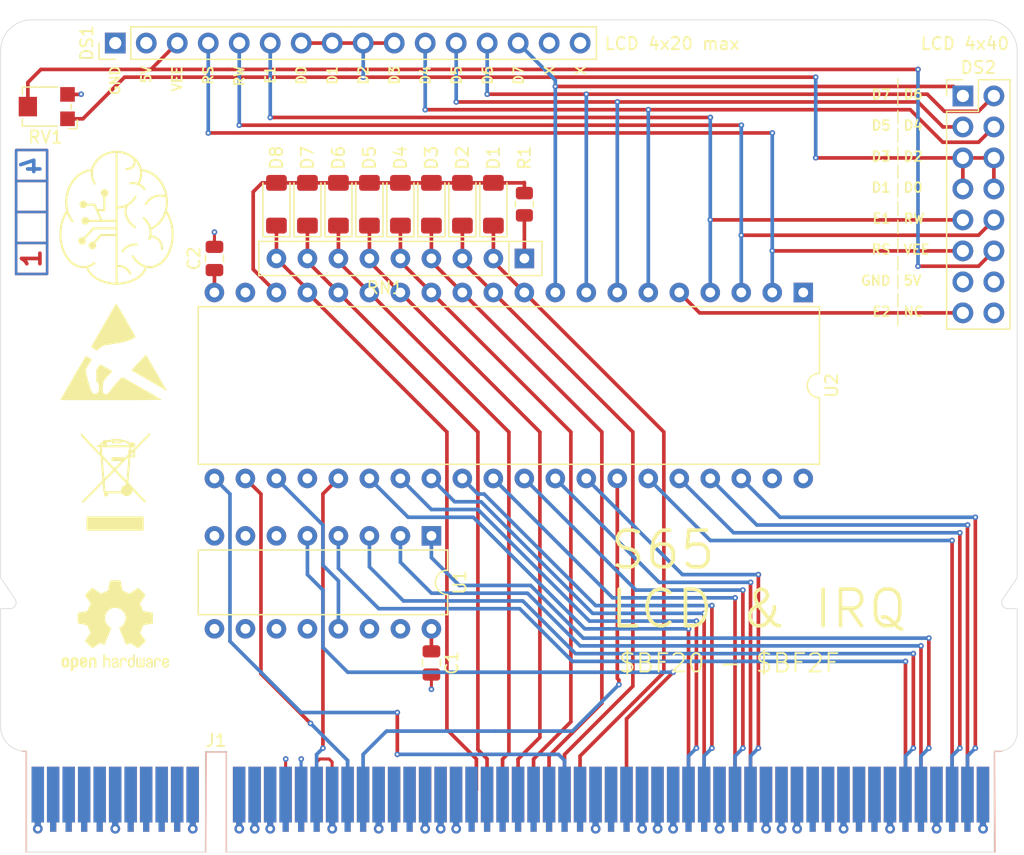
<source format=kicad_pcb>
(kicad_pcb (version 20240108) (generator "pcbnew") (generator_version "8.0")
  (layers (0 "F.Cu" signal) (1 "In1.Cu" power) (2 "In2.Cu" power) (31 "B.Cu" signal) (34 "B.Paste" user) (35 "F.Paste" user) (36 "B.SilkS" user "B.Silkscreen") (37 "F.SilkS" user "F.Silkscreen") (38 "B.Mask" user) (39 "F.Mask" user) (44 "Edge.Cuts" user))
  (net 0 "")
  (net 1 "GND")
  (net 2 "+5V")
  (net 3 "/~{IRQ_0.0}")
  (net 4 "Net-(D1-A)")
  (net 5 "/~{IRQ_0.1}")
  (net 6 "/~{IRQ_0.2}")
  (net 7 "/~{IRQ_0.3}")
  (net 8 "/~{IRQ_0.4}")
  (net 9 "/~{IRQ_0.5}")
  (net 10 "/~{IRQ_0.6}")
  (net 11 "/~{IRQ_0.7}")
  (net 12 "/RS")
  (net 13 "/D_4")
  (net 14 "/D_GND")
  (net 16 "/D_6")
  (net 17 "/D_7")
  (net 18 "/VEE")
  (net 19 "/R{slash}W")
  (net 20 "/E1")
  (net 21 "/D_5")
  (net 23 "/E2")
  (net 24 "/RAM_6")
  (net 25 "/~{NMI}")
  (net 26 "/D0")
  (net 27 "/D6")
  (net 28 "/~{H_RAM}")
  (net 29 "/D4")
  (net 30 "/ROM_1")
  (net 31 "/ROM_0")
  (net 32 "/~{IRQ_0}")
  (net 33 "/~{RDY}")
  (net 34 "/ROM_7")
  (net 35 "/RAM_2")
  (net 36 "/ROM_6")
  (net 37 "/ROM_2")
  (net 38 "/A3")
  (net 39 "/~{RES}")
  (net 40 "/ROM_5")
  (net 41 "/A12")
  (net 42 "/~{IRQ_1}")
  (net 43 "/RAM_3")
  (net 44 "/~{ML}")
  (net 45 "/D5")
  (net 46 "/A2")
  (net 47 "+9V")
  (net 48 "/ROM_3")
  (net 49 "/E")
  (net 50 "/RAM_1")
  (net 51 "/A0")
  (net 52 "/A4")
  (net 53 "/~{IO}")
  (net 54 "/RAM_7")
  (net 55 "/~{IRQ_3}")
  (net 56 "/~{IRQ_4}")
  (net 57 "/RAM_4")
  (net 58 "/A5")
  (net 59 "/~{IRQ_2}")
  (net 60 "/ROM_4")
  (net 61 "/A1")
  (net 62 "/~{BE}")
  (net 63 "/A8")
  (net 64 "/M{slash}X")
  (net 65 "/A11")
  (net 66 "/A14")
  (net 67 "/A7")
  (net 68 "/D3")
  (net 69 "/D7")
  (net 70 "/~{IRQ}")
  (net 71 "/D1")
  (net 72 "/~{VP}")
  (net 73 "/A13")
  (net 74 "/CLK")
  (net 75 "/D2")
  (net 76 "/Ø2{slash}VDA")
  (net 77 "/R{slash}~{W}")
  (net 78 "/A9")
  (net 79 "/A10")
  (net 80 "/PAGE")
  (net 81 "/SYNC_VPA")
  (net 82 "/A15")
  (net 83 "/A6")
  (net 84 "/RAM_0")
  (net 85 "/~{ROM}")
  (net 86 "/RAM_5")
  (net 87 "/~{L_RAM}")
  (net 90 "/PORT_32")
  (footprint "Potentiometer_SMD:Potentiometer_Bourns_TC33X_Vertical" (layer "F.Cu") (at 103.124 65.913 180)
    (property "Reference" "RV1")
    (property "Value" "10k")
  )
  (footprint "Resistor_SMD:R_0805_2012Metric" (layer "F.Cu") (at 142.367 73.914 -90)
    (property "Reference" "R1")
    (property "Value" "4k7")
  )
  (footprint "Eigene:ladder_4" (layer "F.Cu") (at 101.981 74.549 90)
    (property "Reference" "Ref**" (hide yes))
    (property "Value" "Val**" (hide yes))
  )
  (footprint "Diode_SMD:D_MiniMELF" (layer "F.Cu") (at 124.587 73.914 90)
    (property "Reference" "D7")
    (property "Value" "LL4148")
  )
  (footprint "Capacitor_SMD:C_0805_2012Metric" (layer "F.Cu") (at 116.967 78.359 90)
    (property "Reference" "C2")
    (property "Value" "100n")
  )
  (footprint "Diode_SMD:D_MiniMELF" (layer "F.Cu") (at 139.827 73.914 90)
    (property "Reference" "D1")
    (property "Value" "LL4148")
  )
  (footprint "Symbol:OSHW-Logo2_9.8x8mm_SilkScreen" (layer "F.Cu") (at 108.839 108.458)
    (property "Reference" "REF**" (hide yes))
    (property "Value" "OSHW-Logo2_9.8x8mm_SilkScreen" (hide yes))
  )
  (footprint "Connector_PinHeader_2.54mm:PinHeader_2x08_P2.54mm_Vertical" (layer "F.Cu") (at 178.303 65.039)
    (property "Reference" "DS2")
    (property "Value" "4x40 LCD")
  )
  (footprint "Eigene:logo" (layer "F.Cu") (at 108.966 75.057)
    (property "Reference" "G***" (hide yes))
    (property "Value" "LOGO" (hide yes))
  )
  (footprint "Capacitor_SMD:C_0805_2012Metric" (layer "F.Cu") (at 134.747 111.506 -90)
    (property "Reference" "C1")
    (property "Value" "100n")
  )
  (footprint "Diode_SMD:D_MiniMELF" (layer "F.Cu") (at 127.127 73.914 90)
    (property "Reference" "D6")
    (property "Value" "LL4148")
  )
  (footprint "Diode_SMD:D_MiniMELF" (layer "F.Cu") (at 132.207 73.914 90)
    (property "Reference" "D4")
    (property "Value" "LL4148")
  )
  (footprint "Diode_SMD:D_MiniMELF" (layer "F.Cu") (at 122.047 73.914 90)
    (property "Reference" "D8")
    (property "Value" "LL4148")
  )
  (footprint "Symbol:WEEE-Logo_5.6x8mm_SilkScreen" (layer "F.Cu") (at 108.839 96.647)
    (property "Reference" "REF**" (hide yes))
    (property "Value" "WEEE-Logo_5.6x8mm_SilkScreen" (hide yes))
  )
  (footprint "Package_DIP:DIP-40_W15.24mm" (layer "F.Cu") (at 165.222 81.148 -90)
    (property "Reference" "U2")
    (property "Value" "W65C22SxP")
  )
  (footprint "Diode_SMD:D_MiniMELF" (layer "F.Cu") (at 134.747 73.914 90)
    (property "Reference" "D3")
    (property "Value" "LL4148")
  )
  (footprint "Connector_PinHeader_2.54mm:PinHeader_1x16_P2.54mm_Vertical" (layer "F.Cu") (at 108.839 60.706 90)
    (property "Reference" "DS1")
    (property "Value" "WC1602A")
  )
  (footprint "Diode_SMD:D_MiniMELF" (layer "F.Cu") (at 137.287 73.914 90)
    (property "Reference" "D2")
    (property "Value" "LL4148")
  )
  (footprint "Diode_SMD:D_MiniMELF" (layer "F.Cu") (at 129.667 73.914 90)
    (property "Reference" "D5")
    (property "Value" "LL4148")
  )
  (footprint "Symbol:ESD-Logo_8.9x8mm_SilkScreen" (layer "F.Cu") (at 108.712 85.979)
    (property "Reference" "REF**" (hide yes))
    (property "Value" "ESD-Logo_8.9x8mm_SilkScreen" (hide yes))
  )
  (footprint "Package_DIP:DIP-16_W7.62mm" (layer "F.Cu") (at 134.747 101.092 -90)
    (property "Reference" "U1")
    (property "Value" "74HC138")
  )
  (footprint "Resistor_THT:R_Array_SIP9" (layer "F.Cu") (at 142.367 78.359 180)
    (property "Reference" "RN1")
    (property "Value" "3k3")
  )
  (footprint "Connector_PCBEdge:BUS_PCI" (layer "B.Cu") (at 141.219 123.631 180)
    (property "Reference" "J1")
    (property "Value" "Bus_PCI_6502")
  )
  (gr_line (start 172.974 83.82) (end 172.974 63.627) (stroke (width 0.1) (type dash)) (layer "F.SilkS"))
  (gr_line (start 181.536631 106.325815) (end 182.753 104.521) (stroke (width 0.05)) (layer "Edge.Cuts"))
  (gr_line (start 99.441 104.521) (end 100.657369 106.325815) (stroke (width 0.05)) (layer "Edge.Cuts"))
  (gr_line (start 116.205 127) (end 116.205 118.745) (stroke (width 0.05)) (layer "Edge.Cuts"))
  (gr_line (start 182.753 107.061) (end 181.991 107.061) (stroke (width 0.05)) (layer "Edge.Cuts"))
  (gr_arc (start 100.657369 106.325815) (mid 100.635131 106.820071) (end 100.203 107.061) (stroke (width 0.05)) (layer "Edge.Cuts"))
  (gr_line (start 101.981 58.801) (end 180.213 58.801) (stroke (width 0.05)) (layer "Edge.Cuts"))
  (gr_arc (start 182.753 117.221) (mid 182.306631 118.298631) (end 181.229 118.745) (stroke (width 0.05)) (layer "Edge.Cuts"))
  (gr_line (start 117.983 127) (end 180.848 127) (stroke (width 0.05)) (layer "Edge.Cuts"))
  (gr_line (start 101.473 118.745) (end 101.6 118.745) (stroke (width 0.05)) (layer "Edge.Cuts"))
  (gr_line (start 101.6 127) (end 116.205 127) (stroke (width 0.05)) (layer "Edge.Cuts"))
  (gr_line (start 182.753 107.061) (end 182.753 117.221) (stroke (width 0.05)) (layer "Edge.Cuts"))
  (gr_line (start 101.6 118.745) (end 101.6 127) (stroke (width 0.05)) (layer "Edge.Cuts"))
  (gr_arc (start 180.213 58.801) (mid 182.009051 59.544949) (end 182.753 61.341) (stroke (width 0.05)) (layer "Edge.Cuts"))
  (gr_line (start 182.753 104.521) (end 182.753 61.341) (stroke (width 0.05)) (layer "Edge.Cuts"))
  (gr_arc (start 99.441 61.341) (mid 100.184949 59.544949) (end 101.981 58.801) (stroke (width 0.05)) (layer "Edge.Cuts"))
  (gr_arc (start 181.991 107.061) (mid 181.558869 106.820071) (end 181.536631 106.325815) (stroke (width 0.05)) (layer "Edge.Cuts"))
  (gr_line (start 180.848 127) (end 180.848 118.745) (stroke (width 0.05)) (layer "Edge.Cuts"))
  (gr_line (start 117.983 118.745) (end 117.983 127) (stroke (width 0.05)) (layer "Edge.Cuts"))
  (gr_line (start 99.441 104.521) (end 99.441 61.341) (stroke (width 0.05)) (layer "Edge.Cuts"))
  (gr_arc (start 101.473 118.745) (mid 100.036159 118.149841) (end 99.441 116.713) (stroke (width 0.05)) (layer "Edge.Cuts"))
  (gr_line (start 116.205 118.745) (end 117.983 118.745) (stroke (width 0.05)) (layer "Edge.Cuts"))
  (gr_line (start 180.848 118.745) (end 181.229 118.745) (stroke (width 0.05)) (layer "Edge.Cuts"))
  (gr_line (start 99.441 116.713) (end 99.441 107.061) (stroke (width 0.05)) (layer "Edge.Cuts"))
  (gr_line (start 100.203 107.061) (end 99.441 107.061) (stroke (width 0.05)) (layer "Edge.Cuts"))
  (gr_text "LCD 4x40" (at 174.752 61.341 0) (layer "F.SilkS") (effects (font (size 1 1)) (justify left bottom)))
  (gr_text "LCD 4x20 max" (at 148.844 61.341 0) (layer "F.SilkS") (effects (font (size 1 1)) (justify left bottom)))
  (gr_text "S65\nLCD & IRQ" (at 149.225 108.839 0) (layer "F.SilkS") (effects (font (size 3 3) (thickness 0.3)) (justify left bottom)))
  (gr_text "$BF20 - $BF2F" (at 149.987 112.395 0) (layer "F.SilkS") (effects (font (size 1.5 1.5)) (justify left bottom)))
  (gr_text "D6\n\nD4\n\nD2\n\nD0\n\nRW\n\nVEE\n\n5V\n\nNC" (at 173.355 83.185 0) (layer "F.SilkS") (effects (font (size 0.79 0.79)) (justify left bottom)))
  (gr_text "D7\n\nD5\n\nD3\n\nD1\n\nE1\n\nRS\n\nGND\n\nE2" (at 172.466 83.185 0) (layer "F.SilkS") (effects (font (size 0.79 0.79)) (justify right bottom)))
  (gr_text "GND\n\n5V\n\nVEE\n\nRS\n\nRW\n\nE1\n\nD0\n\nD1\n\nD2\n\nD3\n\nD4\n\nD5\n\nD6\n\nD7\n\nX\n\nX" (at 147.447 62.484 90) (layer "F.SilkS") (effects (font (size 0.79 0.78)) (justify right bottom)))
  (segment (start 126.365 119.38) (end 126.609 119.624) (width 0.25) (layer "F.Cu") (net 1))
  (segment (start 106.029 64.913) (end 106.045 64.897) (width 0.3) (layer "F.Cu") (net 1))
  (segment (start 125.603 119.38) (end 126.365 119.38) (width 0.25) (layer "F.Cu") (net 1))
  (segment (start 126.609 119.624) (end 126.609 122.301) (width 0.25) (layer "F.Cu") (net 1))
  (segment (start 122.799 122.301) (end 122.799 119.39) (width 0.25) (layer "F.Cu") (net 1))
  (segment (start 125.339 122.301) (end 125.339 119.644) (width 0.25) (layer "F.Cu") (net 1))
  (segment (start 122.799 119.39) (end 122.809 119.38) (width 0.25) (layer "F.Cu") (net 1))
  (segment (start 104.924 64.913) (end 106.029 64.913) (width 0.3) (layer "F.Cu") (net 1))
  (segment (start 116.967 77.409) (end 116.967 76.2) (width 0.25) (layer "F.Cu") (net 1))
  (segment (start 134.747 112.456) (end 134.747 113.665) (width 0.25) (layer "F.Cu") (net 1))
  (segment (start 125.339 119.644) (end 125.603 119.38) (width 0.25) (layer "F.Cu") (net 1))
  (via (at 108.839 125.095) (size 0.8) (drill 0.4) (layers "F.Cu" "B.Cu") (net 1))
  (via (at 115.189 125.095) (size 0.8) (drill 0.4) (layers "F.Cu" "B.Cu") (net 1))
  (via (at 124.079 119.38) (size 0.46) (drill 0.2) (layers "F.Cu" "B.Cu") (net 1))
  (via (at 126.619 125.095) (size 0.8) (drill 0.4) (layers "F.Cu" "B.Cu") (net 1))
  (via (at 120.269 125.095) (size 0.8) (drill 0.4) (layers "F.Cu" "B.Cu") (net 1))
  (via (at 176.149 125.095) (size 0.8) (drill 0.4) (layers "F.Cu" "B.Cu") (net 1))
  (via (at 136.779 125.095) (size 0.8) (drill 0.4) (layers "F.Cu" "B.Cu") (net 1))
  (via (at 164.719 125.095) (size 0.8) (drill 0.4) (layers "F.Cu" "B.Cu") (net 1))
  (via (at 158.369 125.095) (size 0.8) (drill 0.4) (layers "F.Cu" "B.Cu") (net 1))
  (via (at 179.959 125.095) (size 0.8) (drill 0.4) (layers "F.Cu" "B.Cu") (net 1))
  (via (at 122.809 119.38) (size 0.46) (drill 0.2) (layers "F.Cu" "B.Cu") (net 1))
  (via (at 172.339 125.095) (size 0.8) (drill 0.4) (layers "F.Cu" "B.Cu") (net 1))
  (via (at 148.209 125.095) (size 0.8) (drill 0.4) (layers "F.Cu" "B.Cu") (net 1))
  (via (at 106.045 64.897) (size 0.46) (drill 0.2) (layers "F.Cu" "B.Cu") (net 1))
  (via (at 134.747 113.665) (size 0.46) (drill 0.2) (layers "F.Cu" "B.Cu") (net 1))
  (via (at 168.529 125.095) (size 0.8) (drill 0.4) (layers "F.Cu" "B.Cu") (net 1))
  (via (at 134.239 125.095) (size 0.8) (drill 0.4) (layers "F.Cu" "B.Cu") (net 1))
  (via (at 130.429 125.095) (size 0.8) (drill 0.4) (layers "F.Cu" "B.Cu") (net 1))
  (via (at 154.559 125.095) (size 0.8) (drill 0.4) (layers "F.Cu" "B.Cu") (net 1))
  (via (at 152.019 125.095) (size 0.8) (drill 0.4) (layers "F.Cu" "B.Cu") (net 1))
  (via (at 102.489 125.095) (size 0.8) (drill 0.4) (layers "F.Cu" "B.Cu") (net 1))
  (via (at 116.967 76.2) (size 0.46) (drill 0.2) (layers "F.Cu" "B.Cu") (net 1))
  (via (at 162.179 125.095) (size 0.8) (drill 0.4) (layers "F.Cu" "B.Cu") (net 1))
  (segment (start 124.069 119.39) (end 124.079 119.38) (width 0.25) (layer "B.Cu") (net 1))
  (segment (start 124.069 122.301) (end 124.069 119.39) (width 0.25) (layer "B.Cu") (net 1))
  (segment (start 134.747 110.556) (end 134.747 108.712) (width 0.3) (layer "F.Cu") (net 2))
  (segment (start 116.967 79.309) (end 116.967 81.143) (width 0.3) (layer "F.Cu") (net 2))
  (segment (start 142.367 74.8265) (end 142.367 78.359) (width 0.3) (layer "F.Cu") (net 2))
  (segment (start 116.967 81.143) (end 116.962 81.148) (width 0.3) (layer "F.Cu") (net 2))
  (via (at 135.509 125.095) (size 0.8) (drill 0.4) (layers "F.Cu" "B.Cu") (net 2))
  (via (at 153.289 125.095) (size 0.8) (drill 0.4) (layers "F.Cu" "B.Cu") (net 2))
  (via (at 121.539 125.095) (size 0.8) (drill 0.4) (layers "F.Cu" "B.Cu") (net 2))
  (via (at 163.449 125.095) (size 0.8) (drill 0.4) (layers "F.Cu" "B.Cu") (net 2))
  (segment (start 153.797 92.583) (end 142.362 81.148) (width 0.3) (layer "F.Cu") (net 3))
  (segment (start 146.929 119.136) (end 153.797 112.268) (width 0.3) (layer "F.Cu") (net 3))
  (segment (start 139.827 75.664) (end 139.827 78.613) (width 0.3) (layer "F.Cu") (net 3))
  (segment (start 153.797 112.268) (end 153.797 92.583) (width 0.3) (layer "F.Cu") (net 3))
  (segment (start 139.827 78.613) (end 142.362 81.148) (width 0.3) (layer "F.Cu") (net 3))
  (segment (start 146.929 122.301) (end 146.929 119.136) (width 0.3) (layer "F.Cu") (net 3))
  (segment (start 142.339 72.164) (end 142.367 72.136) (width 0.3) (layer "F.Cu") (net 4))
  (segment (start 120.142 79.248) (end 120.142 72.898) (width 0.3) (layer "F.Cu") (net 4))
  (segment (start 122.047 72.164) (end 142.339 72.164) (width 0.3) (layer "F.Cu") (net 4))
  (segment (start 122.042 81.148) (end 120.142 79.248) (width 0.3) (layer "F.Cu") (net 4))
  (segment (start 142.367 72.136) (end 142.367 73.0015) (width 0.3) (layer "F.Cu") (net 4))
  (segment (start 120.142 72.898) (end 120.876 72.164) (width 0.3) (layer "F.Cu") (net 4))
  (segment (start 120.876 72.164) (end 122.047 72.164) (width 0.3) (layer "F.Cu") (net 4))
  (segment (start 137.287 75.664) (end 137.287 78.613) (width 0.3) (layer "F.Cu") (net 5))
  (segment (start 137.287 78.613) (end 139.822 81.148) (width 0.3) (layer "F.Cu") (net 5))
  (segment (start 145.659 119.009) (end 151.257 113.411) (width 0.3) (layer "F.Cu") (net 5))
  (segment (start 145.659 122.301) (end 145.659 119.009) (width 0.3) (layer "F.Cu") (net 5))
  (segment (start 151.257 113.411) (end 151.257 92.583) (width 0.3) (layer "F.Cu") (net 5))
  (segment (start 151.257 92.583) (end 139.822 81.148) (width 0.3) (layer "F.Cu") (net 5))
  (segment (start 144.389 119.136) (end 148.717 114.808) (width 0.3) (layer "F.Cu") (net 6))
  (segment (start 148.717 114.808) (end 148.717 92.583) (width 0.3) (layer "F.Cu") (net 6))
  (segment (start 144.389 122.301) (end 144.389 119.136) (width 0.3) (layer "F.Cu") (net 6))
  (segment (start 134.747 78.613) (end 137.282 81.148) (width 0.3) (layer "F.Cu") (net 6))
  (segment (start 148.717 92.583) (end 137.282 81.148) (width 0.3) (layer "F.Cu") (net 6))
  (segment (start 134.747 75.664) (end 134.747 78.613) (width 0.3) (layer "F.Cu") (net 6))
  (segment (start 132.207 75.664) (end 132.207 78.613) (width 0.3) (layer "F.Cu") (net 7))
  (segment (start 143.119 119.39) (end 146.177 116.332) (width 0.3) (layer "F.Cu") (net 7))
  (segment (start 146.177 92.583) (end 134.742 81.148) (width 0.3) (layer "F.Cu") (net 7))
  (segment (start 146.177 116.332) (end 146.177 92.583) (width 0.3) (layer "F.Cu") (net 7))
  (segment (start 143.119 122.301) (end 143.119 119.39) (width 0.3) (layer "F.Cu") (net 7))
  (segment (start 132.207 78.613) (end 134.742 81.148) (width 0.3) (layer "F.Cu") (net 7))
  (segment (start 143.637 92.583) (end 132.202 81.148) (width 0.3) (layer "F.Cu") (net 8))
  (segment (start 129.667 78.613) (end 132.202 81.148) (width 0.3) (layer "F.Cu") (net 8))
  (segment (start 143.637 117.602) (end 143.637 92.583) (width 0.3) (layer "F.Cu") (net 8))
  (segment (start 141.849 122.301) (end 141.849 119.39) (width 0.3) (layer "F.Cu") (net 8))
  (segment (start 129.667 75.664) (end 129.667 78.613) (width 0.3) (layer "F.Cu") (net 8))
  (segment (start 141.849 119.39) (end 143.637 117.602) (width 0.3) (layer "F.Cu") (net 8))
  (segment (start 127.127 75.664) (end 127.127 78.613) (width 0.3) (layer "F.Cu") (net 9))
  (segment (start 140.579 122.301) (end 140.579 119.39) (width 0.3) (layer "F.Cu") (net 9))
  (segment (start 140.579 119.39) (end 141.097 118.872) (width 0.3) (layer "F.Cu") (net 9))
  (segment (start 127.127 78.613) (end 129.662 81.148) (width 0.3) (layer "F.Cu") (net 9))
  (segment (start 141.097 92.583) (end 129.662 81.148) (width 0.3) (layer "F.Cu") (net 9))
  (segment (start 141.097 118.872) (end 141.097 92.583) (width 0.3) (layer "F.Cu") (net 9))
  (segment (start 139.309 119.37) (end 138.557 118.618) (width 0.3) (layer "F.Cu") (net 10))
  (segment (start 138.557 118.618) (end 138.557 92.583) (width 0.3) (layer "F.Cu") (net 10))
  (segment (start 124.587 78.613) (end 127.122 81.148) (width 0.3) (layer "F.Cu") (net 10))
  (segment (start 124.587 75.664) (end 124.587 78.613) (width 0.3) (layer "F.Cu") (net 10))
  (segment (start 138.557 92.583) (end 127.122 81.148) (width 0.3) (layer "F.Cu") (net 10))
  (segment (start 139.309 122.301) (end 139.309 119.37) (width 0.3) (layer "F.Cu") (net 10))
  (segment (start 138.432 121.908) (end 138.432 119.382) (width 0.3) (layer "F.Cu") (net 11))
  (segment (start 124.582 80.894) (end 124.582 81.148) (width 0.3) (layer "F.Cu") (net 11))
  (segment (start 122.047 78.359) (end 124.582 80.894) (width 0.3) (layer "F.Cu") (net 11))
  (segment (start 138.039 122.301) (end 138.432 121.908) (width 0.3) (layer "F.Cu") (net 11))
  (segment (start 136.017 92.583) (end 124.582 81.148) (width 0.3) (layer "F.Cu") (net 11))
  (segment (start 138.432 119.382) (end 136.017 116.967) (width 0.3) (layer "F.Cu") (net 11))
  (segment (start 136.017 116.967) (end 136.017 92.583) (width 0.3) (layer "F.Cu") (net 11))
  (segment (start 122.047 75.664) (end 122.047 78.359) (width 0.3) (layer "F.Cu") (net 11))
  (segment (start 162.697 77.739) (end 162.682 77.724) (width 0.3) (layer "F.Cu") (net 12))
  (segment (start 162.687 68.072) (end 116.459 68.072) (width 0.3) (layer "F.Cu") (net 12))
  (segment (start 178.303 77.739) (end 162.697 77.739) (width 0.3) (layer "F.Cu") (net 12))
  (via (at 162.687 68.072) (size 0.46) (drill 0.2) (layers "F.Cu" "B.Cu") (net 12))
  (via (at 162.682 77.724) (size 0.46) (drill 0.2) (layers "F.Cu" "B.Cu") (net 12))
  (via (at 116.459 68.072) (size 0.46) (drill 0.2) (layers "F.Cu" "B.Cu") (net 12))
  (segment (start 162.682 77.724) (end 162.682 81.148) (width 0.3) (layer "B.Cu") (net 12))
  (segment (start 116.459 68.072) (end 116.459 60.706) (width 0.3) (layer "B.Cu") (net 12))
  (segment (start 162.687 68.072) (end 162.682 68.077) (width 0.3) (layer "B.Cu") (net 12))
  (segment (start 162.682 68.077) (end 162.682 77.724) (width 0.3) (layer "B.Cu") (net 12))
  (segment (start 152.527 66.167) (end 134.239 66.167) (width 0.3) (layer "F.Cu") (net 13))
  (segment (start 179.588 68.834) (end 180.843 67.579) (width 0.3) (layer "F.Cu") (net 13))
  (segment (start 176.657 68.834) (end 179.588 68.834) (width 0.3) (layer "F.Cu") (net 13))
  (segment (start 152.527 66.167) (end 173.99 66.167) (width 0.3) (layer "F.Cu") (net 13))
  (segment (start 173.99 66.167) (end 176.657 68.834) (width 0.3) (layer "F.Cu") (net 13))
  (via (at 152.527 66.167) (size 0.46) (drill 0.2) (layers "F.Cu" "B.Cu") (net 13))
  (via (at 134.239 66.167) (size 0.46) (drill 0.2) (layers "F.Cu" "B.Cu") (net 13))
  (segment (start 134.239 66.167) (end 134.239 60.706) (width 0.3) (layer "B.Cu") (net 13))
  (segment (start 152.522 81.148) (end 152.522 66.172) (width 0.3) (layer "B.Cu") (net 13))
  (segment (start 152.522 66.172) (end 152.527 66.167) (width 0.3) (layer "B.Cu") (net 13))
  (segment (start 166.243 70.104) (end 166.258 70.119) (width 0.3) (layer "F.Cu") (net 14))
  (segment (start 104.924 66.913) (end 106.188 66.913) (width 0.3) (layer "F.Cu") (net 14))
  (segment (start 129.159 63.5) (end 166.243 63.5) (width 0.3) (layer "F.Cu") (net 14))
  (segment (start 180.843 70.119) (end 180.843 72.659) (width 0.3) (layer "F.Cu") (net 14))
  (segment (start 106.188 66.913) (end 109.601 63.5) (width 0.3) (layer "F.Cu") (net 14))
  (segment (start 178.303 70.119) (end 178.303 72.659) (width 0.3) (layer "F.Cu") (net 14))
  (segment (start 166.258 70.119) (end 180.843 70.119) (width 0.3) (layer "F.Cu") (net 14))
  (segment (start 131.699 60.706) (end 124.079 60.706) (width 0.3) (layer "F.Cu") (net 14))
  (segment (start 109.601 63.5) (end 129.159 63.5) (width 0.3) (layer "F.Cu") (net 14))
  (via (at 129.159 63.5) (size 0.46) (drill 0.2) (layers "F.Cu" "B.Cu") (net 14))
  (via (at 166.243 70.104) (size 0.46) (drill 0.2) (layers "F.Cu" "B.Cu") (net 14))
  (via (at 166.243 63.5) (size 0.46) (drill 0.2) (layers "F.Cu" "B.Cu") (net 14))
  (segment (start 129.159 63.5) (end 129.159 60.706) (width 0.3) (layer "B.Cu") (net 14))
  (segment (start 166.243 63.5) (end 166.243 70.104) (width 0.3) (layer "B.Cu") (net 14))
  (segment (start 176.784 66.294) (end 179.588 66.294) (width 0.3) (layer "F.Cu") (net 16))
  (segment (start 147.442 64.897) (end 175.387 64.897) (width 0.3) (layer "F.Cu") (net 16))
  (segment (start 179.588 66.294) (end 180.843 65.039) (width 0.3) (layer "F.Cu") (net 16))
  (segment (start 175.387 64.897) (end 176.784 66.294) (width 0.3) (layer "F.Cu") (net 16))
  (segment (start 147.442 64.897) (end 139.319 64.897) (width 0.3) (layer "F.Cu") (net 16))
  (via (at 147.442 64.897) (size 0.46) (drill 0.2) (layers "F.Cu" "B.Cu") (net 16))
  (via (at 139.319 64.897) (size 0.46) (drill 0.2) (layers "F.Cu" "B.Cu") (net 16))
  (segment (start 139.319 64.897) (end 139.319 60.706) (width 0.3) (layer "B.Cu") (net 16))
  (segment (start 147.442 64.897) (end 147.442 81.148) (width 0.3) (layer "B.Cu") (net 16))
  (segment (start 177.526 64.262) (end 178.303 65.039) (width 0.3) (layer "F.Cu") (net 17))
  (segment (start 144.907 64.262) (end 177.526 64.262) (width 0.3) (layer "F.Cu") (net 17))
  (via (at 144.907 64.262) (size 0.46) (drill 0.2) (layers "F.Cu" "B.Cu") (net 17))
  (segment (start 144.907 64.262) (end 144.902 64.257) (width 0.3) (layer "B.Cu") (net 17))
  (segment (start 144.902 64.257) (end 144.902 63.749) (width 0.3) (layer "B.Cu") (net 17))
  (segment (start 144.902 63.749) (end 141.859 60.706) (width 0.3) (layer "B.Cu") (net 17))
  (segment (start 144.902 81.148) (end 144.902 64.267) (width 0.3) (layer "B.Cu") (net 17))
  (segment (start 144.902 64.267) (end 144.907 64.262) (width 0.3) (layer "B.Cu") (net 17))
  (segment (start 101.674 65.913) (end 101.674 63.934) (width 0.3) (layer "F.Cu") (net 18))
  (segment (start 127.762 62.865) (end 174.625 62.865) (width 0.3) (layer "F.Cu") (net 18))
  (segment (start 174.625 78.994) (end 179.588 78.994) (width 0.3) (layer "F.Cu") (net 18))
  (segment (start 111.76 62.865) (end 118.11 62.865) (width 0.3) (layer "F.Cu") (net 18))
  (segment (start 102.743 62.865) (end 111.76 62.865) (width 0.3) (layer "F.Cu") (net 18))
  (segment (start 101.674 63.934) (end 102.743 62.865) (width 0.3) (layer "F.Cu") (net 18))
  (segment (start 118.11 62.865) (end 127.762 62.865) (width 0.3) (layer "F.Cu") (net 18))
  (segment (start 179.588 78.994) (end 180.843 77.739) (width 0.3) (layer "F.Cu") (net 18))
  (segment (start 111.76 62.865) (end 113.919 60.706) (width 0.3) (layer "F.Cu") (net 18))
  (via (at 174.625 62.865) (size 0.46) (drill 0.2) (layers "F.Cu" "B.Cu") (net 18))
  (via (at 174.625 78.994) (size 0.46) (drill 0.2) (layers "F.Cu" "B.Cu") (net 18))
  (segment (start 174.625 62.865) (end 174.625 78.994) (width 0.3) (layer "B.Cu") (net 18))
  (segment (start 160.147 67.437) (end 118.999 67.437) (width 0.3) (layer "F.Cu") (net 19))
  (segment (start 179.588 76.454) (end 160.142 76.454) (width 0.3) (layer "F.Cu") (net 19))
  (segment (start 180.843 75.199) (end 179.588 76.454) (width 0.3) (layer "F.Cu") (net 19))
  (via (at 118.999 67.437) (size 0.46) (drill 0.2) (layers "F.Cu" "B.Cu") (net 19))
  (via (at 160.142 76.454) (size 0.46) (drill 0.2) (layers "F.Cu" "B.Cu") (net 19))
  (via (at 160.147 67.437) (size 0.46) (drill 0.2) (layers "F.Cu" "B.Cu") (net 19))
  (segment (start 160.142 67.442) (end 160.147 67.437) (width 0.3) (layer "B.Cu") (net 19))
  (segment (start 160.142 76.454) (end 160.142 67.442) (width 0.3) (layer "B.Cu") (net 19))
  (segment (start 160.142 81.148) (end 160.142 76.454) (width 0.3) (layer "B.Cu") (net 19))
  (segment (start 118.999 67.437) (end 118.999 60.706) (width 0.3) (layer "B.Cu") (net 19))
  (segment (start 157.617 75.199) (end 157.602 75.184) (width 0.3) (layer "F.Cu") (net 20))
  (segment (start 178.303 75.199) (end 157.617 75.199) (width 0.3) (layer "F.Cu") (net 20))
  (segment (start 157.607 66.802) (end 121.539 66.802) (width 0.3) (layer "F.Cu") (net 20))
  (via (at 157.607 66.802) (size 0.46) (drill 0.2) (layers "F.Cu" "B.Cu") (net 20))
  (via (at 121.539 66.802) (size 0.46) (drill 0.2) (layers "F.Cu" "B.Cu") (net 20))
  (via (at 157.602 75.184) (size 0.46) (drill 0.2) (layers "F.Cu" "B.Cu") (net 20))
  (segment (start 121.539 60.706) (end 121.539 66.802) (width 0.3) (layer "B.Cu") (net 20))
  (segment (start 157.602 81.148) (end 157.602 75.184) (width 0.3) (layer "B.Cu") (net 20))
  (segment (start 157.602 66.807) (end 157.607 66.802) (width 0.3) (layer "B.Cu") (net 20))
  (segment (start 157.602 75.184) (end 157.602 66.807) (width 0.3) (layer "B.Cu") (net 20))
  (segment (start 149.987 65.532) (end 174.625 65.532) (width 0.3) (layer "F.Cu") (net 21))
  (segment (start 176.672 67.579) (end 178.303 67.579) (width 0.3) (layer "F.Cu") (net 21))
  (segment (start 174.625 65.532) (end 176.672 67.579) (width 0.3) (layer "F.Cu") (net 21))
  (segment (start 149.987 65.532) (end 136.779 65.532) (width 0.3) (layer "F.Cu") (net 21))
  (via (at 149.987 65.532) (size 0.46) (drill 0.2) (layers "F.Cu" "B.Cu") (net 21))
  (via (at 136.779 65.532) (size 0.46) (drill 0.2) (layers "F.Cu" "B.Cu") (net 21))
  (segment (start 136.779 65.532) (end 136.779 60.706) (width 0.3) (layer "B.Cu") (net 21))
  (segment (start 149.982 65.537) (end 149.987 65.532) (width 0.3) (layer "B.Cu") (net 21))
  (segment (start 149.982 81.148) (end 149.982 65.537) (width 0.3) (layer "B.Cu") (net 21))
  (segment (start 178.303 82.819) (end 156.733 82.819) (width 0.3) (layer "F.Cu") (net 23))
  (segment (start 156.733 82.819) (end 155.062 81.148) (width 0.3) (layer "F.Cu") (net 23))
  (segment (start 161.544 118.491) (end 161.544 104.267) (width 0.3) (layer "F.Cu") (net 26))
  (via (at 161.544 118.491) (size 0.46) (drill 0.2) (layers "F.Cu" "B.Cu") (net 26))
  (via (at 161.544 104.267) (size 0.46) (drill 0.2) (layers "F.Cu" "B.Cu") (net 26))
  (segment (start 160.899 119.136) (end 161.544 118.491) (width 0.3) (layer "B.Cu") (net 26))
  (segment (start 161.544 104.267) (end 155.321 104.267) (width 0.3) (layer "B.Cu") (net 26))
  (segment (start 160.899 122.301) (end 160.899 119.136) (width 0.3) (layer "B.Cu") (net 26))
  (segment (start 155.321 104.267) (end 147.442 96.388) (width 0.3) (layer "B.Cu") (net 26))
  (segment (start 156.464 118.491) (end 156.464 108.077) (width 0.3) (layer "F.Cu") (net 27))
  (via (at 156.464 108.077) (size 0.46) (drill 0.2) (layers "F.Cu" "B.Cu") (net 27))
  (via (at 156.464 118.491) (size 0.46) (drill 0.2) (layers "F.Cu" "B.Cu") (net 27))
  (segment (start 138.557 98.933) (end 134.747 98.933) (width 0.3) (layer "B.Cu") (net 27))
  (segment (start 147.701 108.077) (end 138.557 98.933) (width 0.3) (layer "B.Cu") (net 27))
  (segment (start 156.464 108.077) (end 147.701 108.077) (width 0.3) (layer "B.Cu") (net 27))
  (segment (start 134.747 98.933) (end 132.202 96.388) (width 0.3) (layer "B.Cu") (net 27))
  (segment (start 155.819 122.301) (end 155.819 119.136) (width 0.3) (layer "B.Cu") (net 27))
  (segment (start 155.819 119.136) (end 156.464 118.491) (width 0.3) (layer "B.Cu") (net 27))
  (segment (start 157.734 118.491) (end 157.734 106.807) (width 0.3) (layer "F.Cu") (net 29))
  (via (at 157.734 118.491) (size 0.46) (drill 0.2) (layers "F.Cu" "B.Cu") (net 29))
  (via (at 157.734 106.807) (size 0.46) (drill 0.2) (layers "F.Cu" "B.Cu") (net 29))
  (segment (start 157.099 119.126) (end 157.734 118.491) (width 0.3) (layer "B.Cu") (net 29))
  (segment (start 139.065 97.663) (end 138.557 97.663) (width 0.3) (layer "B.Cu") (net 29))
  (segment (start 138.557 97.663) (end 137.282 96.388) (width 0.3) (layer "B.Cu") (net 29))
  (segment (start 157.099 122.301) (end 157.099 119.126) (width 0.3) (layer "B.Cu") (net 29))
  (segment (start 148.209 106.807) (end 139.065 97.663) (width 0.3) (layer "B.Cu") (net 29))
  (segment (start 157.734 106.807) (end 148.209 106.807) (width 0.3) (layer "B.Cu") (net 29))
  (segment (start 131.953 118.999) (end 131.953 115.57) (width 0.3) (layer "F.Cu") (net 32))
  (via (at 131.953 115.57) (size 0.46) (drill 0.2) (layers "F.Cu" "B.Cu") (net 32))
  (via (at 131.953 118.999) (size 0.46) (drill 0.2) (layers "F.Cu" "B.Cu") (net 32))
  (segment (start 145.659 119.497) (end 145.659 122.301) (width 0.3) (layer "B.Cu") (net 32))
  (segment (start 118.237 109.728) (end 118.237 97.663) (width 0.3) (layer "B.Cu") (net 32))
  (segment (start 131.953 118.999) (end 145.161 118.999) (width 0.3) (layer "B.Cu") (net 32))
  (segment (start 124.079 115.57) (end 118.237 109.728) (width 0.3) (layer "B.Cu") (net 32))
  (segment (start 118.237 97.663) (end 116.962 96.388) (width 0.3) (layer "B.Cu") (net 32))
  (segment (start 145.161 118.999) (end 145.659 119.497) (width 0.3) (layer "B.Cu") (net 32))
  (segment (start 131.953 115.57) (end 124.079 115.57) (width 0.3) (layer "B.Cu") (net 32))
  (segment (start 177.419 122.301) (end 177.419 101.473) (width 0.3) (layer "F.Cu") (net 38))
  (via (at 177.419 101.473) (size 0.46) (drill 0.2) (layers "F.Cu" "B.Cu") (net 38))
  (segment (start 157.607 101.473) (end 152.522 96.388) (width 0.3) (layer "B.Cu") (net 38))
  (segment (start 177.419 101.473) (end 157.607 101.473) (width 0.3) (layer "B.Cu") (net 38))
  (segment (start 150.114 113.284) (end 150.114 112.903) (width 0.3) (layer "F.Cu") (net 39))
  (segment (start 150.114 112.903) (end 149.982 112.771) (width 0.3) (layer "F.Cu") (net 39))
  (segment (start 149.982 112.771) (end 149.982 96.388) (width 0.3) (layer "F.Cu") (net 39))
  (via (at 150.114 113.284) (size 0.46) (drill 0.2) (layers "F.Cu" "B.Cu") (net 39))
  (segment (start 139.954 117.094) (end 146.304 117.094) (width 0.3) (layer "B.Cu") (net 39))
  (segment (start 146.304 117.094) (end 150.114 113.284) (width 0.3) (layer "B.Cu") (net 39))
  (segment (start 129.149 119.009) (end 129.921 118.237) (width 0.3) (layer "B.Cu") (net 39))
  (segment (start 129.921 118.237) (end 131.064 117.094) (width 0.3) (layer "B.Cu") (net 39))
  (segment (start 131.064 117.094) (end 139.954 117.094) (width 0.3) (layer "B.Cu") (net 39))
  (segment (start 129.149 122.301) (end 129.149 119.009) (width 0.3) (layer "B.Cu") (net 39))
  (segment (start 157.099 122.301) (end 157.099 107.442) (width 0.3) (layer "F.Cu") (net 45))
  (via (at 157.099 107.442) (size 0.46) (drill 0.2) (layers "F.Cu" "B.Cu") (net 45))
  (segment (start 157.099 107.442) (end 147.955 107.442) (width 0.3) (layer "B.Cu") (net 45))
  (segment (start 136.652 98.298) (end 134.742 96.388) (width 0.3) (layer "B.Cu") (net 45))
  (segment (start 138.811 98.298) (end 136.652 98.298) (width 0.3) (layer "B.Cu") (net 45))
  (segment (start 147.955 107.442) (end 138.811 98.298) (width 0.3) (layer "B.Cu") (net 45))
  (segment (start 178.054 118.491) (end 178.054 100.838) (width 0.3) (layer "F.Cu") (net 46))
  (via (at 178.054 100.838) (size 0.46) (drill 0.2) (layers "F.Cu" "B.Cu") (net 46))
  (via (at 178.054 118.491) (size 0.46) (drill 0.2) (layers "F.Cu" "B.Cu") (net 46))
  (segment (start 177.419 119.126) (end 178.054 118.491) (width 0.3) (layer "B.Cu") (net 46))
  (segment (start 178.054 100.838) (end 159.512 100.838) (width 0.3) (layer "B.Cu") (net 46))
  (segment (start 177.419 122.301) (end 177.419 119.126) (width 0.3) (layer "B.Cu") (net 46))
  (segment (start 159.512 100.838) (end 155.062 96.388) (width 0.3) (layer "B.Cu") (net 46))
  (via (at 118.999 125.095) (size 0.8) (drill 0.4) (layers "F.Cu" "B.Cu") (net 47))
  (segment (start 179.324 118.491) (end 179.324 99.568) (width 0.3) (layer "F.Cu") (net 51))
  (via (at 179.324 118.491) (size 0.46) (drill 0.2) (layers "F.Cu" "B.Cu") (net 51))
  (via (at 179.324 99.568) (size 0.46) (drill 0.2) (layers "F.Cu" "B.Cu") (net 51))
  (segment (start 178.679 119.136) (end 179.324 118.491) (width 0.3) (layer "B.Cu") (net 51))
  (segment (start 179.324 99.568) (end 163.322 99.568) (width 0.3) (layer "B.Cu") (net 51))
  (segment (start 178.679 122.301) (end 178.679 119.136) (width 0.3) (layer "B.Cu") (net 51))
  (segment (start 163.322 99.568) (end 160.142 96.388) (width 0.3) (layer "B.Cu") (net 51))
  (segment (start 175.514 109.474) (end 175.514 118.491) (width 0.3) (layer "F.Cu") (net 52))
  (via (at 175.514 118.491) (size 0.46) (drill 0.2) (layers "F.Cu" "B.Cu") (net 52))
  (via (at 175.514 109.474) (size 0.46) (drill 0.2) (layers "F.Cu" "B.Cu") (net 52))
  (segment (start 147.193 109.474) (end 142.875 105.156) (width 0.3) (layer "B.Cu") (net 52))
  (segment (start 175.514 118.491) (end 174.869 119.136) (width 0.3) (layer "B.Cu") (net 52))
  (segment (start 137.033 105.156) (end 134.747 102.87) (width 0.3) (layer "B.Cu") (net 52))
  (segment (start 134.747 102.87) (end 134.747 101.092) (width 0.3) (layer "B.Cu") (net 52))
  (segment (start 175.514 109.474) (end 147.193 109.474) (width 0.3) (layer "B.Cu") (net 52))
  (segment (start 142.875 105.156) (end 137.033 105.156) (width 0.3) (layer "B.Cu") (net 52))
  (segment (start 174.869 119.136) (end 174.869 122.301) (width 0.3) (layer "B.Cu") (net 52))
  (segment (start 150.739 116.088) (end 154.559 112.268) (width 0.3) (layer "F.Cu") (net 53))
  (segment (start 150.739 122.301) (end 150.739 116.088) (width 0.3) (layer "F.Cu") (net 53))
  (via (at 154.559 112.268) (size 0.46) (drill 0.2) (layers "F.Cu" "B.Cu") (net 53))
  (segment (start 125.857 105.537) (end 124.587 104.267) (width 0.3) (layer "B.Cu") (net 53))
  (segment (start 154.559 112.268) (end 127.889 112.268) (width 0.3) (layer "B.Cu") (net 53))
  (segment (start 124.587 104.267) (end 124.587 101.092) (width 0.3) (layer "B.Cu") (net 53))
  (segment (start 125.857 110.236) (end 125.857 105.537) (width 0.3) (layer "B.Cu") (net 53))
  (segment (start 127.889 112.268) (end 125.857 110.236) (width 0.3) (layer "B.Cu") (net 53))
  (segment (start 174.869 110.109) (end 174.869 122.301) (width 0.3) (layer "F.Cu") (net 58))
  (via (at 174.869 110.109) (size 0.46) (drill 0.2) (layers "F.Cu" "B.Cu") (net 58))
  (segment (start 146.939 110.109) (end 142.621 105.791) (width 0.3) (layer "B.Cu") (net 58))
  (segment (start 142.621 105.791) (end 134.747 105.791) (width 0.3) (layer "B.Cu") (net 58))
  (segment (start 132.207 103.251) (end 132.207 101.092) (width 0.3) (layer "B.Cu") (net 58))
  (segment (start 174.869 110.109) (end 146.939 110.109) (width 0.3) (layer "B.Cu") (net 58))
  (segment (start 134.747 105.791) (end 132.207 103.251) (width 0.3) (layer "B.Cu") (net 58))
  (segment (start 178.679 122.301) (end 178.679 100.213) (width 0.3) (layer "F.Cu") (net 61))
  (segment (start 178.679 100.213) (end 178.689 100.203) (width 0.3) (layer "F.Cu") (net 61))
  (via (at 178.689 100.203) (size 0.46) (drill 0.2) (layers "F.Cu" "B.Cu") (net 61))
  (segment (start 178.689 100.203) (end 161.417 100.203) (width 0.3) (layer "B.Cu") (net 61))
  (segment (start 161.417 100.203) (end 157.602 96.388) (width 0.3) (layer "B.Cu") (net 61))
  (segment (start 173.599 111.379) (end 173.599 122.301) (width 0.3) (layer "F.Cu") (net 67))
  (via (at 173.599 111.379) (size 0.46) (drill 0.2) (layers "F.Cu" "B.Cu") (net 67))
  (segment (start 146.304 111.379) (end 141.986 107.061) (width 0.3) (layer "B.Cu") (net 67))
  (segment (start 173.599 111.379) (end 146.304 111.379) (width 0.3) (layer "B.Cu") (net 67))
  (segment (start 127.127 103.759) (end 127.127 101.092) (width 0.3) (layer "B.Cu") (net 67))
  (segment (start 130.429 107.061) (end 127.127 103.759) (width 0.3) (layer "B.Cu") (net 67))
  (segment (start 141.986 107.061) (end 130.429 107.061) (width 0.3) (layer "B.Cu") (net 67))
  (segment (start 159.629 106.182) (end 159.639 106.172) (width 0.3) (layer "F.Cu") (net 68))
  (segment (start 159.629 122.301) (end 159.629 106.182) (width 0.3) (layer "F.Cu") (net 68))
  (via (at 159.639 106.172) (size 0.46) (drill 0.2) (layers "F.Cu" "B.Cu") (net 68))
  (segment (start 149.606 106.172) (end 139.822 96.388) (width 0.3) (layer "B.Cu") (net 68))
  (segment (start 159.639 106.172) (end 149.606 106.172) (width 0.3) (layer "B.Cu") (net 68))
  (segment (start 155.819 122.301) (end 155.819 108.722) (width 0.3) (layer "F.Cu") (net 69))
  (segment (start 155.819 108.722) (end 155.829 108.712) (width 0.3) (layer "F.Cu") (net 69))
  (via (at 155.829 108.712) (size 0.46) (drill 0.2) (layers "F.Cu" "B.Cu") (net 69))
  (segment (start 147.32 108.712) (end 138.176 99.568) (width 0.3) (layer "B.Cu") (net 69))
  (segment (start 132.842 99.568) (end 129.662 96.388) (width 0.3) (layer "B.Cu") (net 69))
  (segment (start 155.829 108.712) (end 147.32 108.712) (width 0.3) (layer "B.Cu") (net 69))
  (segment (start 138.176 99.568) (end 132.842 99.568) (width 0.3) (layer "B.Cu") (net 69))
  (segment (start 160.899 122.301) (end 160.899 104.912) (width 0.3) (layer "F.Cu") (net 71))
  (segment (start 160.899 104.912) (end 160.909 104.902) (width 0.3) (layer "F.Cu") (net 71))
  (via (at 160.909 104.902) (size 0.46) (drill 0.2) (layers "F.Cu" "B.Cu") (net 71))
  (segment (start 153.416 104.902) (end 144.902 96.388) (width 0.3) (layer "B.Cu") (net 71))
  (segment (start 160.909 104.902) (end 153.416 104.902) (width 0.3) (layer "B.Cu") (net 71))
  (segment (start 125.857 97.653) (end 127.122 96.388) (width 0.3) (layer "F.Cu") (net 74))
  (segment (start 125.857 118.491) (end 125.857 97.653) (width 0.3) (layer "F.Cu") (net 74))
  (via (at 125.857 118.491) (size 0.46) (drill 0.2) (layers "F.Cu" "B.Cu") (net 74))
  (segment (start 125.339 119.009) (end 125.339 122.301) (width 0.3) (layer "B.Cu") (net 74))
  (segment (start 125.857 118.491) (end 125.339 119.009) (width 0.3) (layer "B.Cu") (net 74))
  (segment (start 160.274 118.491) (end 160.274 105.537) (width 0.3) (layer "F.Cu") (net 75))
  (via (at 160.274 105.537) (size 0.46) (drill 0.2) (layers "F.Cu" "B.Cu") (net 75))
  (via (at 160.274 118.491) (size 0.46) (drill 0.2) (layers "F.Cu" "B.Cu") (net 75))
  (segment (start 151.511 105.537) (end 142.362 96.388) (width 0.3) (layer "B.Cu") (net 75))
  (segment (start 159.629 122.301) (end 159.629 119.136) (width 0.3) (layer "B.Cu") (net 75))
  (segment (start 159.629 119.136) (end 160.274 118.491) (width 0.3) (layer "B.Cu") (net 75))
  (segment (start 160.274 105.537) (end 151.511 105.537) (width 0.3) (layer "B.Cu") (net 75))
  (segment (start 120.777 112.395) (end 120.777 97.663) (width 0.3) (layer "F.Cu") (net 77))
  (segment (start 120.777 97.663) (end 119.502 96.388) (width 0.3) (layer "F.Cu") (net 77))
  (segment (start 124.841 116.459) (end 120.777 112.395) (width 0.3) (layer "F.Cu") (net 77))
  (via (at 124.841 116.459) (size 0.46) (drill 0.2) (layers "F.Cu" "B.Cu") (net 77))
  (segment (start 127.879 119.692756) (end 127.889 119.682756) (width 0.3) (layer "B.Cu") (net 77))
  (segment (start 127.889 119.507) (end 124.841 116.459) (width 0.3) (layer "B.Cu") (net 77))
  (segment (start 127.889 119.682756) (end 127.889 119.507) (width 0.3) (layer "B.Cu") (net 77))
  (segment (start 127.879 122.301) (end 127.879 119.692756) (width 0.3) (layer "B.Cu") (net 77))
  (segment (start 174.244 110.744) (end 174.244 118.491) (width 0.3) (layer "F.Cu") (net 83))
  (via (at 174.244 118.491) (size 0.46) (drill 0.2) (layers "F.Cu" "B.Cu") (net 83))
  (via (at 174.244 110.744) (size 0.46) (drill 0.2) (layers "F.Cu" "B.Cu") (net 83))
  (segment (start 174.244 118.491) (end 173.599 119.136) (width 0.3) (layer "B.Cu") (net 83))
  (segment (start 142.24 106.426) (end 132.461 106.426) (width 0.3) (layer "B.Cu") (net 83))
  (segment (start 129.667 103.632) (end 129.667 101.092) (width 0.3) (layer "B.Cu") (net 83))
  (segment (start 132.461 106.426) (end 129.667 103.632) (width 0.3) (layer "B.Cu") (net 83))
  (segment (start 173.599 119.136) (end 173.599 122.301) (width 0.3) (layer "B.Cu") (net 83))
  (segment (start 146.558 110.744) (end 142.24 106.426) (width 0.3) (layer "B.Cu") (net 83))
  (segment (start 174.244 110.744) (end 146.558 110.744) (width 0.3) (layer "B.Cu") (net 83))
  (segment (start 125.857 103.505) (end 125.857 100.203) (width 0.3) (layer "B.Cu") (net 90))
  (segment (start 127.127 108.712) (end 127.127 104.775) (width 0.3) (layer "B.Cu") (net 90))
  (segment (start 125.857 100.203) (end 122.042 96.388) (width 0.3) (layer "B.Cu") (net 90))
  (segment (start 127.127 104.775) (end 125.857 103.505) (width 0.3) (layer "B.Cu") (net 90))
)
</source>
